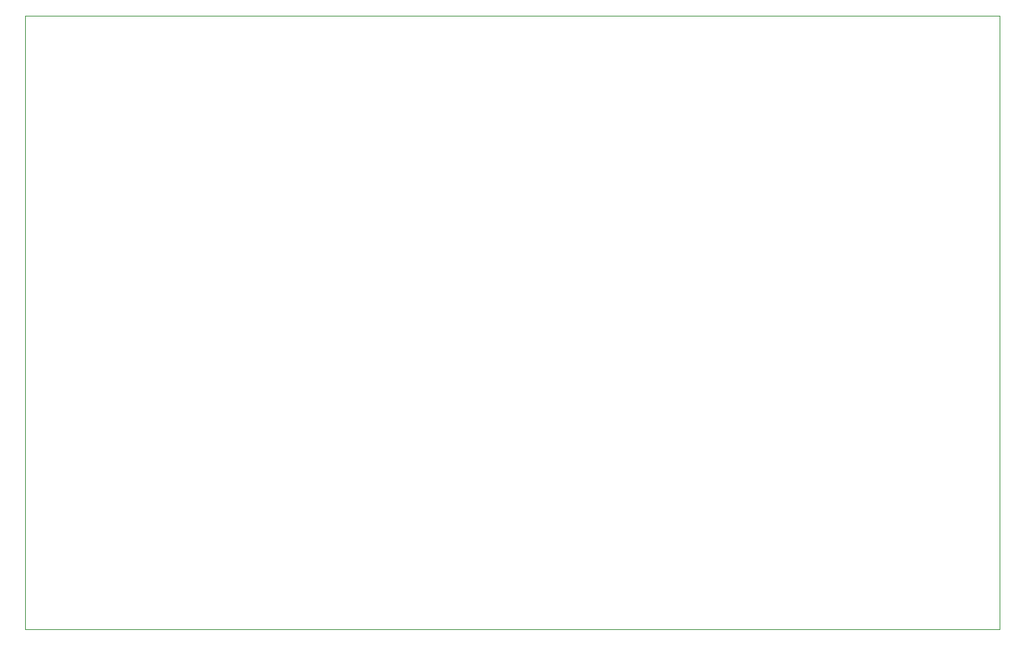
<source format=gbr>
G04 PROTEUS GERBER X2 FILE*
%TF.GenerationSoftware,Labcenter,Proteus,8.15-SP1-Build34318*%
%TF.CreationDate,2023-11-28T19:51:24+00:00*%
%TF.FileFunction,NonPlated,1,2,NPTH*%
%TF.FilePolarity,Positive*%
%TF.Part,Single*%
%TF.SameCoordinates,{4b54416f-b8ac-4c38-86d9-f2280a18938b}*%
%FSLAX45Y45*%
%MOMM*%
G01*
%TA.AperFunction,Profile*%
%ADD71C,0.101600*%
%TD.AperFunction*%
D71*
X-3250000Y+250000D02*
X+8250000Y+250000D01*
X+8250000Y+7500000D01*
X-3250000Y+7500000D01*
X-3250000Y+250000D01*
M02*

</source>
